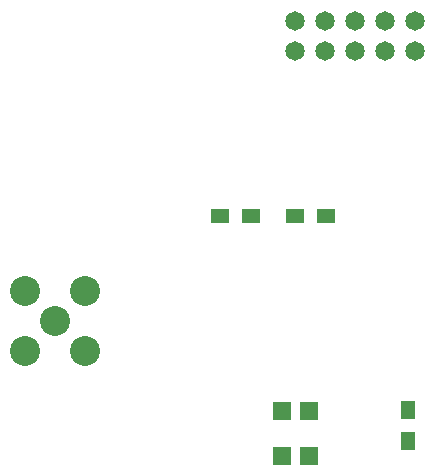
<source format=gbs>
G04 #@! TF.FileFunction,Soldermask,Bot*
%FSLAX46Y46*%
G04 Gerber Fmt 4.6, Leading zero omitted, Abs format (unit mm)*
G04 Created by KiCad (PCBNEW 0.201506232253+5814~23~ubuntu14.04.1-product) date Mon 29 Jun 2015 10:40:57 AM CDT*
%MOMM*%
G01*
G04 APERTURE LIST*
%ADD10C,0.100000*%
%ADD11R,1.498600X1.498600*%
%ADD12C,2.540000*%
%ADD13C,1.651000*%
%ADD14R,1.198880X1.501140*%
%ADD15R,1.501140X1.198880*%
G04 APERTURE END LIST*
D10*
D11*
X140850620Y-116840000D03*
X138549380Y-116840000D03*
D12*
X119380000Y-109220000D03*
X121920000Y-106680000D03*
X121920000Y-111760000D03*
X116840000Y-111760000D03*
X116840000Y-106680000D03*
D13*
X139700000Y-83820000D03*
X139700000Y-86360000D03*
X142240000Y-83820000D03*
X142240000Y-86360000D03*
X144780000Y-83820000D03*
X144780000Y-86360000D03*
X147320000Y-83820000D03*
X147320000Y-86360000D03*
X149860000Y-83820000D03*
X149860000Y-86360000D03*
D14*
X149225000Y-119410480D03*
X149225000Y-116809520D03*
D11*
X140850620Y-120650000D03*
X138549380Y-120650000D03*
D15*
X142270480Y-100330000D03*
X139669520Y-100330000D03*
X135920480Y-100330000D03*
X133319520Y-100330000D03*
M02*

</source>
